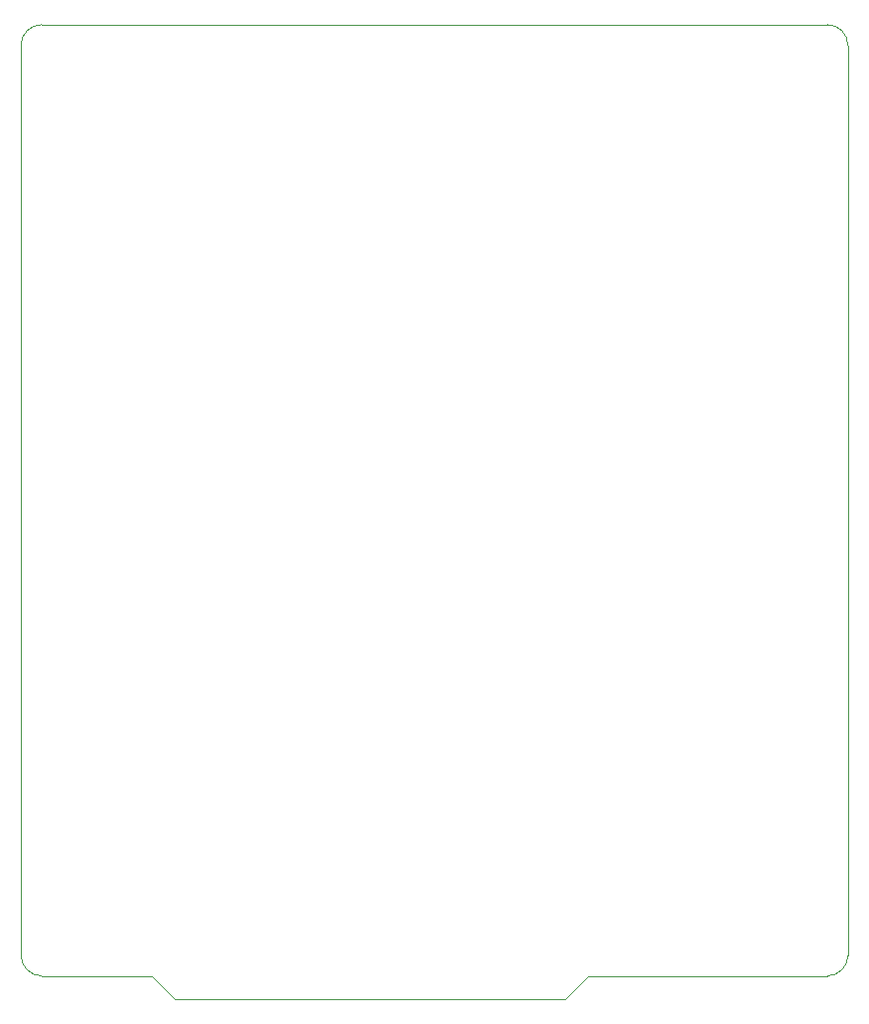
<source format=gbr>
%TF.GenerationSoftware,KiCad,Pcbnew,9.0.5*%
%TF.CreationDate,2025-10-27T10:50:58+09:00*%
%TF.ProjectId,GYRO_PCB,4759524f-5f50-4434-922e-6b696361645f,rev?*%
%TF.SameCoordinates,Original*%
%TF.FileFunction,Profile,NP*%
%FSLAX46Y46*%
G04 Gerber Fmt 4.6, Leading zero omitted, Abs format (unit mm)*
G04 Created by KiCad (PCBNEW 9.0.5) date 2025-10-27 10:50:58*
%MOMM*%
%LPD*%
G01*
G04 APERTURE LIST*
%TA.AperFunction,Profile*%
%ADD10C,0.050000*%
%TD*%
G04 APERTURE END LIST*
D10*
%TO.C,U1*%
X111380000Y-128570000D02*
X111380000Y-51070000D01*
X113130000Y-49320000D02*
X180130000Y-49320000D01*
X122505000Y-130320000D02*
X113130000Y-130320000D01*
X124505000Y-132320000D02*
X122505000Y-130320000D01*
X157755000Y-132320000D02*
X124505000Y-132320000D01*
X159755000Y-130320000D02*
X157755000Y-132320000D01*
X180130000Y-130320000D02*
X159755000Y-130320000D01*
X181880000Y-51070000D02*
X181880000Y-128570000D01*
X111380000Y-51070000D02*
G75*
G02*
X113130000Y-49320000I1750000J0D01*
G01*
X113130000Y-130320000D02*
G75*
G02*
X111380000Y-128570000I0J1750000D01*
G01*
X180130000Y-49320000D02*
G75*
G02*
X181880000Y-51070000I0J-1750000D01*
G01*
X181880000Y-128570000D02*
G75*
G02*
X180130000Y-130320000I-1750000J0D01*
G01*
%TD*%
M02*

</source>
